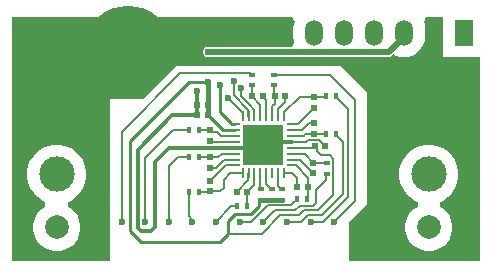
<source format=gtl>
G04*
G04 #@! TF.GenerationSoftware,Altium Limited,Altium Designer,21.0.9 (235)*
G04*
G04 Layer_Physical_Order=1*
G04 Layer_Color=255*
%FSTAX24Y24*%
%MOIN*%
G70*
G04*
G04 #@! TF.SameCoordinates,2BB606B7-502A-413E-8362-7AFD42C930D0*
G04*
G04*
G04 #@! TF.FilePolarity,Positive*
G04*
G01*
G75*
%ADD13R,0.0201X0.0201*%
%ADD14R,0.0177X0.0217*%
%ADD15R,0.0217X0.0177*%
%ADD16R,0.0201X0.0201*%
%ADD17R,0.1378X0.1378*%
%ADD18O,0.0098X0.0354*%
%ADD19O,0.0354X0.0098*%
%ADD20C,0.2756*%
%ADD34C,0.0200*%
%ADD35C,0.0080*%
%ADD36C,0.0100*%
%ADD37C,0.0150*%
%ADD38C,0.0120*%
%ADD39R,0.0591X0.0866*%
%ADD40O,0.0591X0.0866*%
%ADD41C,0.1378*%
%ADD42C,0.0787*%
%ADD43C,0.1181*%
%ADD44C,0.0236*%
G36*
X047933Y032441D02*
X049136D01*
Y025667D01*
X044783D01*
Y026969D01*
X045374Y027559D01*
Y031299D01*
X044533Y032141D01*
X03903D01*
X037943Y031053D01*
X036811D01*
Y025667D01*
X033541D01*
Y033782D01*
X042895D01*
X042971Y033632D01*
X042943Y033541D01*
X04293Y033406D01*
Y03313D01*
X042943Y032995D01*
X042962Y032934D01*
X04287Y032784D01*
X040166D01*
X04013Y032799D01*
X040059D01*
X039994Y032772D01*
X039944Y032721D01*
X039916Y032656D01*
Y032585D01*
X039944Y03252D01*
X039994Y03247D01*
X040059Y032442D01*
X04013D01*
X040166Y032457D01*
X043466D01*
X043487Y032451D01*
X043622Y032438D01*
X043757Y032451D01*
X043779Y032457D01*
X044466D01*
X044487Y032451D01*
X044622Y032438D01*
X044757Y032451D01*
X044779Y032457D01*
X045466D01*
X045487Y032451D01*
X045622Y032438D01*
X045757Y032451D01*
X045779Y032457D01*
X046113D01*
X046175Y03247D01*
X046228Y032505D01*
X046263Y03254D01*
X046357Y03249D01*
X046487Y032451D01*
X046622Y032438D01*
X046757Y032451D01*
X046887Y03249D01*
X047007Y032554D01*
X047112Y03264D01*
X047198Y032745D01*
X047262Y032865D01*
X047301Y032995D01*
X047314Y03313D01*
Y033406D01*
X047301Y033541D01*
X047273Y033632D01*
X04735Y033782D01*
X047933D01*
Y032441D01*
D02*
G37*
%LPC*%
G36*
X047538Y029528D02*
X047344D01*
X047154Y02949D01*
X046975Y029416D01*
X046814Y029308D01*
X046676Y029171D01*
X046569Y02901D01*
X046495Y02883D01*
X046457Y02864D01*
Y028446D01*
X046495Y028256D01*
X046569Y028077D01*
X046676Y027916D01*
X046814Y027779D01*
X046975Y027671D01*
X047069Y027632D01*
Y02747D01*
X047068Y027469D01*
X046939Y027383D01*
X046829Y027274D01*
X046743Y027145D01*
X046684Y027001D01*
X046654Y026849D01*
Y026694D01*
X046684Y026542D01*
X046743Y026399D01*
X046829Y02627D01*
X046939Y02616D01*
X047068Y026074D01*
X047211Y026015D01*
X047363Y025984D01*
X047519D01*
X047671Y026015D01*
X047814Y026074D01*
X047943Y02616D01*
X048053Y02627D01*
X048139Y026399D01*
X048198Y026542D01*
X048228Y026694D01*
Y026849D01*
X048198Y027001D01*
X048139Y027145D01*
X048053Y027274D01*
X047943Y027383D01*
X047814Y027469D01*
X047813Y02747D01*
Y027632D01*
X047907Y027671D01*
X048068Y027779D01*
X048205Y027916D01*
X048313Y028077D01*
X048387Y028256D01*
X048425Y028446D01*
Y02864D01*
X048387Y02883D01*
X048313Y02901D01*
X048205Y029171D01*
X048068Y029308D01*
X047907Y029416D01*
X047728Y02949D01*
X047538Y029528D01*
D02*
G37*
G36*
X035136D02*
X034942D01*
X034752Y02949D01*
X034573Y029416D01*
X034412Y029308D01*
X034275Y029171D01*
X034167Y02901D01*
X034093Y02883D01*
X034055Y02864D01*
Y028446D01*
X034093Y028256D01*
X034167Y028077D01*
X034275Y027916D01*
X034412Y027779D01*
X034573Y027671D01*
X034667Y027632D01*
Y02747D01*
X034666Y027469D01*
X034537Y027383D01*
X034428Y027274D01*
X034342Y027145D01*
X034282Y027001D01*
X034252Y026849D01*
Y026694D01*
X034282Y026542D01*
X034342Y026399D01*
X034428Y02627D01*
X034537Y02616D01*
X034666Y026074D01*
X03481Y026015D01*
X034962Y025984D01*
X035117D01*
X035269Y026015D01*
X035412Y026074D01*
X035541Y02616D01*
X035651Y02627D01*
X035737Y026399D01*
X035797Y026542D01*
X035827Y026694D01*
Y026849D01*
X035797Y027001D01*
X035737Y027145D01*
X035651Y027274D01*
X035541Y027383D01*
X035412Y027469D01*
X035412Y02747D01*
Y027632D01*
X035506Y027671D01*
X035667Y027779D01*
X035804Y027916D01*
X035912Y028077D01*
X035986Y028256D01*
X036024Y028446D01*
Y02864D01*
X035986Y02883D01*
X035912Y02901D01*
X035804Y029171D01*
X035667Y029308D01*
X035506Y029416D01*
X035326Y02949D01*
X035136Y029528D01*
D02*
G37*
%LPD*%
D13*
X041398Y027953D02*
D03*
X041043D02*
D03*
X043406Y02811D02*
D03*
X043051D02*
D03*
X043642Y029488D02*
D03*
X043996D02*
D03*
X042303Y031142D02*
D03*
X042657D02*
D03*
X041555D02*
D03*
X041909D02*
D03*
X040088Y030862D02*
D03*
X039734D02*
D03*
X040088Y030508D02*
D03*
X039734D02*
D03*
D14*
X04105Y02748D02*
D03*
X04139D02*
D03*
X043058Y027717D02*
D03*
X043398D02*
D03*
X044343Y031142D02*
D03*
X044003D02*
D03*
X044343Y029882D02*
D03*
X044003D02*
D03*
X039436Y027953D02*
D03*
X039776D02*
D03*
X039436Y030032D02*
D03*
X039776D02*
D03*
X039436Y029134D02*
D03*
X039776D02*
D03*
D15*
X042559Y028044D02*
D03*
Y027704D02*
D03*
X042205D02*
D03*
Y028044D02*
D03*
X04185Y027704D02*
D03*
Y028044D02*
D03*
X044055Y02857D02*
D03*
Y02891D02*
D03*
X042283Y031863D02*
D03*
Y031523D02*
D03*
X041535Y031863D02*
D03*
Y031523D02*
D03*
D16*
X043622Y031122D02*
D03*
Y030768D02*
D03*
Y029902D02*
D03*
Y030256D02*
D03*
X0436Y028934D02*
D03*
Y02858D02*
D03*
X040157Y030012D02*
D03*
Y029658D02*
D03*
Y029114D02*
D03*
Y02876D02*
D03*
Y027972D02*
D03*
Y028327D02*
D03*
D17*
X041929Y029528D02*
D03*
D18*
X042618Y028583D02*
D03*
X042421D02*
D03*
X042224D02*
D03*
X042028D02*
D03*
X041831D02*
D03*
X041634D02*
D03*
X041437D02*
D03*
X04124D02*
D03*
Y030472D02*
D03*
X041437D02*
D03*
X041634D02*
D03*
X041831D02*
D03*
X042028D02*
D03*
X042224D02*
D03*
X042421D02*
D03*
X042618D02*
D03*
D19*
X040984Y028839D02*
D03*
Y029035D02*
D03*
Y029232D02*
D03*
Y029429D02*
D03*
Y029626D02*
D03*
Y029823D02*
D03*
Y03002D02*
D03*
Y030217D02*
D03*
X042874D02*
D03*
Y03002D02*
D03*
Y029823D02*
D03*
Y029626D02*
D03*
Y029429D02*
D03*
Y029232D02*
D03*
Y029035D02*
D03*
Y028839D02*
D03*
D20*
X037402Y032776D02*
D03*
D34*
X046113Y032621D02*
X046622Y03313D01*
X040095Y032621D02*
X046113D01*
X046622Y03313D02*
Y033268D01*
D35*
X042495Y027191D02*
X043115D01*
X04075Y026566D02*
X04187D01*
X042495Y027191D01*
X043115D02*
X043275Y027351D01*
X043755D02*
X044263Y027859D01*
X043702Y029313D02*
Y029428D01*
X044148Y029181D02*
X044263Y029065D01*
Y027859D02*
Y029065D01*
X043586Y029433D02*
X043642Y029488D01*
X042874Y029429D02*
X042878Y029433D01*
X043702Y029313D02*
X043835Y029181D01*
X042878Y029433D02*
X043586D01*
X043835Y029181D02*
X044148D01*
X043275Y027351D02*
X043755D01*
X043642Y029488D02*
X043702Y029428D01*
X041479Y030854D02*
X04163Y030703D01*
Y030476D02*
Y030703D01*
X041479Y030854D02*
X041479D01*
X041181Y031152D02*
X041479Y030854D01*
X041181Y031152D02*
Y031417D01*
X040945Y03119D02*
X041433Y030702D01*
X040945Y03119D02*
Y031654D01*
X037992Y026969D02*
Y029094D01*
X03893Y030032D02*
X039436D01*
X037992Y029094D02*
X03893Y030032D01*
X041429Y031911D02*
X041487D01*
X039156Y031921D02*
X04142D01*
X037205Y029969D02*
X039156Y031921D01*
X04142D02*
X041429Y031911D01*
X041487D02*
X041535Y031863D01*
X042028Y029626D02*
X042205D01*
X041595Y029429D02*
X041831D01*
X044142Y031863D02*
X044975Y031031D01*
X044755Y027801D02*
Y030711D01*
X043923Y026969D02*
X044755Y027801D01*
X044975Y027652D02*
Y031031D01*
X044343Y031122D02*
X044755Y030711D01*
X044291Y026969D02*
X044975Y027652D01*
X044575Y027891D02*
Y029631D01*
X043885Y027201D02*
X044575Y027891D01*
X043504Y026969D02*
X043923D01*
X044343Y029862D02*
X044575Y029631D01*
X043417Y027201D02*
X043885D01*
X041929Y029528D02*
X042028Y029626D01*
X040189D02*
X040984D01*
X040157Y029658D02*
X040189Y029626D01*
X040505Y029826D02*
X040981D01*
X040157Y030012D02*
X040217Y029953D01*
X040378D01*
X040505Y029826D01*
X040148Y030022D02*
X040157Y030012D01*
X039776Y030032D02*
X039786Y030022D01*
X040148D01*
X040545Y029232D02*
X040984D01*
X040426Y029114D02*
X040545Y029232D01*
X040157Y029114D02*
X040426D01*
X040615Y029035D02*
X040984D01*
X040339Y02876D02*
X040615Y029035D01*
X040157Y02876D02*
X040339D01*
X041831Y029429D02*
X041929Y029528D01*
X042311Y027351D02*
X042995D01*
X041929Y026969D02*
X042311Y027351D01*
X042717Y026969D02*
X043185D01*
X043135Y027491D02*
X043585D01*
X042995Y027351D02*
X043135Y027491D01*
X043585D02*
X043695Y027601D01*
X043185Y026969D02*
X043417Y027201D01*
X043695Y028031D02*
X044026Y028362D01*
Y028541D01*
X044055Y02857D01*
X043695Y027601D02*
Y028031D01*
X043612Y028922D02*
X044043D01*
X044055Y02891D01*
X0436Y028934D02*
X043612Y028922D01*
X042874Y029232D02*
X043302D01*
X0436Y028934D01*
X043148Y029032D02*
X0436Y02858D01*
X042874Y029035D02*
X042878Y029032D01*
X043148D01*
X042874Y028839D02*
X043002D01*
X043406Y028435D01*
Y02811D02*
Y028435D01*
X043051Y02811D02*
Y028424D01*
X042892Y028583D02*
X043051Y028424D01*
X042618Y028583D02*
X042892D01*
X043402Y02772D02*
Y028107D01*
X043398Y027717D02*
X043402Y02772D01*
Y028107D02*
X043406Y02811D01*
X04301Y027648D02*
X043058Y027697D01*
X042069Y027515D02*
X042857D01*
X043058Y027697D02*
Y027717D01*
X04299Y027648D02*
X04301D01*
X042857Y027515D02*
X04299Y027648D01*
X042878Y03022D02*
X043074D01*
X043622Y030768D01*
X042874Y030217D02*
X042878Y03022D01*
X042874Y03002D02*
X043204D01*
X04344Y030256D02*
X043622D01*
X043204Y03002D02*
X04344Y030256D01*
X04336Y029626D02*
X043425Y029691D01*
X042874Y029626D02*
X04336D01*
X043334Y02988D02*
X0436D01*
X043622Y029902D01*
X043425Y029691D02*
X043794D01*
X042874Y029823D02*
X043277D01*
X043334Y02988D01*
X043794Y029691D02*
X043996Y029488D01*
X044343Y029862D02*
Y029882D01*
X041523Y026969D02*
X042069Y027515D01*
X041142Y026969D02*
X041523D01*
X042283Y031863D02*
X044142D01*
X044343Y031122D02*
Y031142D01*
X040866Y02748D02*
X04105D01*
X040354Y026969D02*
X040866Y02748D01*
X039436Y027141D02*
Y027953D01*
Y027141D02*
X039567Y027011D01*
Y026969D02*
Y027011D01*
X03878Y026969D02*
Y028816D01*
X039098Y029134D01*
X039436D01*
X037205Y026969D02*
Y029969D01*
X040735Y031091D02*
X04075D01*
X040735D02*
Y031101D01*
X04075Y031091D02*
X04124Y0306D01*
Y030472D02*
Y0306D01*
X041433Y030476D02*
Y030702D01*
Y030476D02*
X041437Y030472D01*
X04163Y030476D02*
X041634Y030472D01*
X041535Y031523D02*
X041545Y031513D01*
Y031152D02*
X041555Y031142D01*
X041545Y031152D02*
Y031513D01*
X041831Y030472D02*
Y030866D01*
X041555Y031142D02*
X041831Y030866D01*
X041909Y031142D02*
X042028Y031024D01*
Y030472D02*
Y031024D01*
X042293Y031152D02*
Y031513D01*
Y031152D02*
X042303Y031142D01*
X042283Y031523D02*
X042293Y031513D01*
X042303Y030899D02*
Y031142D01*
X042224Y03082D02*
X042303Y030899D01*
X042224Y030472D02*
Y03082D01*
X042657Y030963D02*
Y031142D01*
X042421Y030727D02*
X042657Y030963D01*
X042421Y030472D02*
Y030727D01*
X042618Y030472D02*
Y030595D01*
X042632Y03061D01*
X042634D01*
X043146Y031122D01*
X043622D01*
X043632Y031132D02*
X043993D01*
X044003Y031142D01*
X043622Y031122D02*
X043632Y031132D01*
X043632Y029892D02*
X043993D01*
X044003Y029882D01*
X043622Y029902D02*
X043632Y029892D01*
X042136Y028093D02*
X042185Y028044D01*
X042136Y028093D02*
Y028096D01*
X042028Y028205D02*
Y028583D01*
Y028205D02*
X042136Y028096D01*
X042185Y028044D02*
X042205D01*
X042421Y028162D02*
X042539Y028044D01*
X042421Y028162D02*
Y028583D01*
X042539Y028044D02*
X042559D01*
X041834Y02806D02*
Y028579D01*
X041831Y028583D02*
X041834Y028579D01*
Y02806D02*
X04185Y028044D01*
X04139Y02748D02*
X041394Y027484D01*
Y027949D02*
X041398Y027953D01*
X041394Y027484D02*
Y027949D01*
X041634Y028189D02*
Y028583D01*
X041398Y027953D02*
X041634Y028189D01*
X041043Y027953D02*
X041433Y028343D01*
Y028579D02*
X041437Y028583D01*
X041433Y028343D02*
Y028579D01*
X040981Y029826D02*
X040984Y029823D01*
X039786Y029124D02*
X040148D01*
X039776Y029134D02*
X039786Y029124D01*
X040148D02*
X040157Y029114D01*
X039776Y027953D02*
X039786Y027963D01*
X040148D02*
X040157Y027972D01*
X039786Y027963D02*
X040148D01*
X040476Y027972D02*
X040605Y028101D01*
X040157Y027972D02*
X040476D01*
X040605Y028101D02*
Y028371D01*
X040817Y028583D01*
X04124D01*
X040669Y028839D02*
X040984D01*
X040157Y028327D02*
X040669Y028839D01*
D36*
X04075Y026546D02*
Y026976D01*
X037855Y026281D02*
X040485D01*
X04075Y026546D01*
Y026976D02*
X040985Y027211D01*
X037475Y026661D02*
Y029651D01*
Y026661D02*
X037855Y026281D01*
X037475Y029651D02*
X039448Y031624D01*
X040472Y030624D02*
Y031535D01*
X040858Y030217D02*
X040984D01*
X040472Y030624D02*
X040857Y030239D01*
Y030217D02*
Y030239D01*
Y030217D02*
X040858Y030217D01*
X039448Y031624D02*
X040088D01*
Y030508D02*
X040577Y03002D01*
X040984D01*
X040985Y027211D02*
X041525D01*
X041792Y027478D01*
Y027665D02*
X041805D01*
X041792Y027478D02*
Y027665D01*
X041805D02*
X041843Y027704D01*
X04185D01*
D37*
X045755Y027447D02*
Y031211D01*
X047622Y033078D02*
Y033268D01*
X045755Y031211D02*
X047622Y033078D01*
X045276Y026969D02*
X045755Y027447D01*
X04185Y027704D02*
X042205D01*
X040088Y030508D02*
Y030862D01*
X042205Y027704D02*
X042559D01*
X040088Y030862D02*
Y031624D01*
D38*
X039734Y030862D02*
Y031309D01*
Y030508D02*
Y030862D01*
X037745Y029361D02*
X038892Y030508D01*
X039734D01*
X038325Y028961D02*
X038793Y029429D01*
X040984D01*
X038325Y026781D02*
Y028961D01*
X040984Y029429D02*
X041595D01*
X037745Y026761D02*
Y029361D01*
X037855Y026651D02*
X038195D01*
X038325Y026781D01*
X037745Y026761D02*
X037855Y026651D01*
X042205Y029626D02*
X042874D01*
D39*
X048622Y033268D02*
D03*
D40*
X047622D02*
D03*
X046622D02*
D03*
X045622D02*
D03*
X044622D02*
D03*
X043622D02*
D03*
D41*
X037402Y032776D02*
D03*
D42*
X047441Y026772D02*
D03*
X035039D02*
D03*
D43*
X047441Y028543D02*
D03*
X035039D02*
D03*
D44*
X039735Y033071D02*
D03*
X040095Y032621D02*
D03*
X035433Y03189D02*
D03*
X034646D02*
D03*
X035433Y033071D02*
D03*
X034646D02*
D03*
X035433Y03248D02*
D03*
X034646D02*
D03*
X03937D02*
D03*
X042126Y033071D02*
D03*
X041339D02*
D03*
X040551D02*
D03*
X04252Y033465D02*
D03*
X041732D02*
D03*
X040945D02*
D03*
X040157D02*
D03*
X03937D02*
D03*
X045669Y031693D02*
D03*
X045866Y032087D02*
D03*
X045276D02*
D03*
X047835Y031496D02*
D03*
X046654D02*
D03*
X048819Y031693D02*
D03*
X048425Y032087D02*
D03*
X047441D02*
D03*
X048819Y030906D02*
D03*
Y029921D02*
D03*
Y028937D02*
D03*
Y027953D02*
D03*
Y026969D02*
D03*
Y025984D02*
D03*
X033661Y025787D02*
D03*
Y026575D02*
D03*
Y027559D02*
D03*
Y028543D02*
D03*
Y029528D02*
D03*
Y030512D02*
D03*
X033858Y03189D02*
D03*
Y03248D02*
D03*
Y033071D02*
D03*
X040472Y031535D02*
D03*
X041181Y031417D02*
D03*
X040945Y031654D02*
D03*
X039734Y031309D02*
D03*
X040088Y031624D02*
D03*
X040735Y031091D02*
D03*
X045276Y026969D02*
D03*
X044291D02*
D03*
X043504D02*
D03*
X042717D02*
D03*
X041929D02*
D03*
X041142Y026969D02*
D03*
X040354Y026969D02*
D03*
X039567Y026969D02*
D03*
X03878Y026969D02*
D03*
X037992D02*
D03*
X037205Y026969D02*
D03*
M02*

</source>
